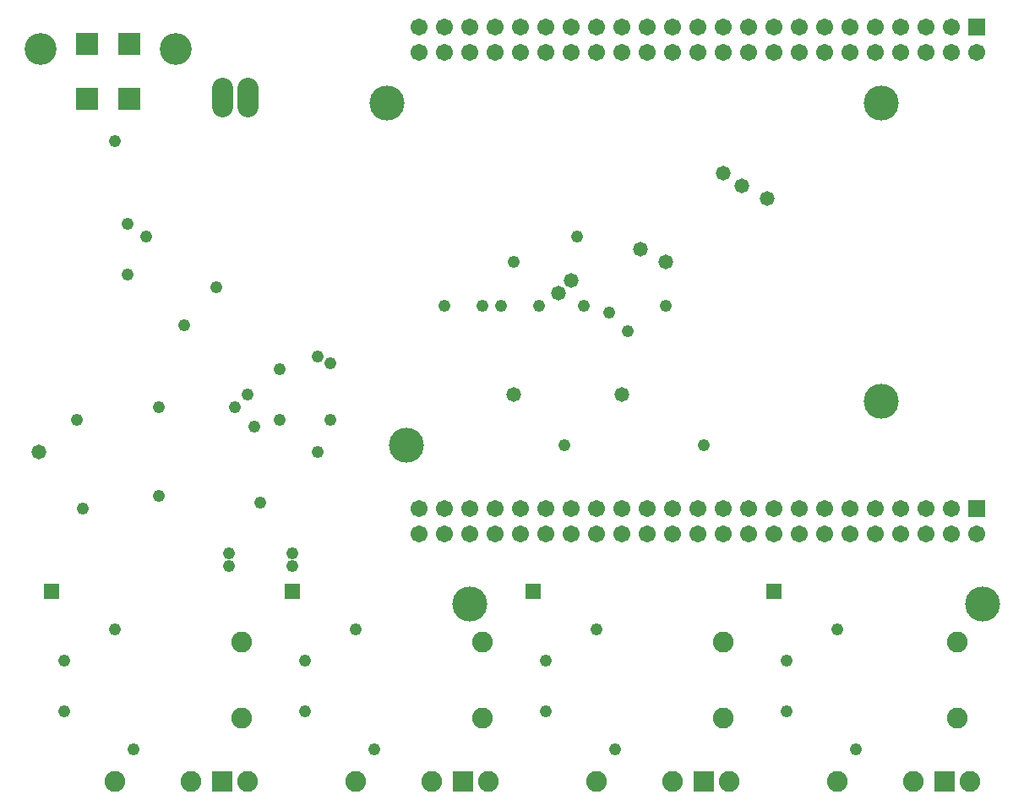
<source format=gbs>
G75*
%MOIN*%
%OFA0B0*%
%FSLAX25Y25*%
%IPPOS*%
%LPD*%
%AMOC8*
5,1,8,0,0,1.08239X$1,22.5*
%
%ADD10C,0.08200*%
%ADD11R,0.08200X0.08200*%
%ADD12C,0.08200*%
%ADD13R,0.06737X0.06737*%
%ADD14C,0.06737*%
%ADD15R,0.09068X0.09068*%
%ADD16C,0.12611*%
%ADD17C,0.13800*%
%ADD18C,0.04900*%
%ADD19C,0.05800*%
%ADD20R,0.06050X0.06050*%
D10*
X0081000Y0277550D02*
X0081000Y0284950D01*
X0091000Y0284950D02*
X0091000Y0277550D01*
D11*
X0081000Y0011250D03*
X0176000Y0011250D03*
X0271000Y0011250D03*
X0366000Y0011250D03*
D12*
X0038500Y0011250D03*
X0068500Y0011250D03*
X0091000Y0011250D03*
X0088500Y0036250D03*
X0088500Y0066250D03*
X0133500Y0011250D03*
X0163500Y0011250D03*
X0186000Y0011250D03*
X0183500Y0036250D03*
X0183500Y0066250D03*
X0228500Y0011250D03*
X0258500Y0011250D03*
X0281000Y0011250D03*
X0278500Y0036250D03*
X0278500Y0066250D03*
X0323500Y0011250D03*
X0353500Y0011250D03*
X0376000Y0011250D03*
X0371000Y0036250D03*
X0371000Y0066250D03*
D13*
X0378500Y0118750D03*
X0378500Y0308750D03*
D14*
X0368500Y0308750D03*
X0358500Y0308750D03*
X0348500Y0308750D03*
X0348500Y0298750D03*
X0358500Y0298750D03*
X0368500Y0298750D03*
X0378500Y0298750D03*
X0338500Y0298750D03*
X0328500Y0298750D03*
X0318500Y0298750D03*
X0308500Y0298750D03*
X0298500Y0298750D03*
X0298500Y0308750D03*
X0308500Y0308750D03*
X0318500Y0308750D03*
X0328500Y0308750D03*
X0338500Y0308750D03*
X0288500Y0308750D03*
X0278500Y0308750D03*
X0268500Y0308750D03*
X0258500Y0308750D03*
X0248500Y0308750D03*
X0238500Y0308750D03*
X0238500Y0298750D03*
X0248500Y0298750D03*
X0258500Y0298750D03*
X0268500Y0298750D03*
X0278500Y0298750D03*
X0288500Y0298750D03*
X0228500Y0298750D03*
X0218500Y0298750D03*
X0208500Y0298750D03*
X0198500Y0298750D03*
X0188500Y0298750D03*
X0188500Y0308750D03*
X0198500Y0308750D03*
X0208500Y0308750D03*
X0218500Y0308750D03*
X0228500Y0308750D03*
X0178500Y0308750D03*
X0168500Y0308750D03*
X0158500Y0308750D03*
X0158500Y0298750D03*
X0168500Y0298750D03*
X0178500Y0298750D03*
X0178500Y0118750D03*
X0168500Y0118750D03*
X0158500Y0118750D03*
X0158500Y0108750D03*
X0168500Y0108750D03*
X0178500Y0108750D03*
X0188500Y0108750D03*
X0198500Y0108750D03*
X0208500Y0108750D03*
X0218500Y0108750D03*
X0228500Y0108750D03*
X0228500Y0118750D03*
X0218500Y0118750D03*
X0208500Y0118750D03*
X0198500Y0118750D03*
X0188500Y0118750D03*
X0238500Y0118750D03*
X0248500Y0118750D03*
X0258500Y0118750D03*
X0268500Y0118750D03*
X0278500Y0118750D03*
X0288500Y0118750D03*
X0288500Y0108750D03*
X0278500Y0108750D03*
X0268500Y0108750D03*
X0258500Y0108750D03*
X0248500Y0108750D03*
X0238500Y0108750D03*
X0298500Y0108750D03*
X0308500Y0108750D03*
X0318500Y0108750D03*
X0328500Y0108750D03*
X0338500Y0108750D03*
X0338500Y0118750D03*
X0328500Y0118750D03*
X0318500Y0118750D03*
X0308500Y0118750D03*
X0298500Y0118750D03*
X0348500Y0118750D03*
X0358500Y0118750D03*
X0368500Y0118750D03*
X0368500Y0108750D03*
X0358500Y0108750D03*
X0348500Y0108750D03*
X0378500Y0108750D03*
D15*
X0044268Y0280423D03*
X0027732Y0280423D03*
X0027732Y0302077D03*
X0044268Y0302077D03*
D16*
X0062772Y0300266D03*
X0009228Y0300266D03*
D17*
X0146000Y0278750D03*
X0153500Y0143750D03*
X0178500Y0081250D03*
X0341000Y0161250D03*
X0381000Y0081250D03*
X0341000Y0278750D03*
D18*
X0256000Y0198750D03*
X0241000Y0188750D03*
X0233500Y0196250D03*
X0223500Y0198750D03*
X0206000Y0198750D03*
X0191000Y0198750D03*
X0183500Y0198750D03*
X0168500Y0198750D03*
X0196000Y0216250D03*
X0221000Y0226250D03*
X0123500Y0176250D03*
X0118500Y0178750D03*
X0103500Y0173750D03*
X0091000Y0163750D03*
X0086000Y0158750D03*
X0093500Y0151250D03*
X0103500Y0153750D03*
X0118500Y0141250D03*
X0123500Y0153750D03*
X0096000Y0121250D03*
X0083500Y0101250D03*
X0083500Y0096250D03*
X0108500Y0096250D03*
X0108500Y0101250D03*
X0133500Y0071250D03*
X0113500Y0058750D03*
X0113500Y0038750D03*
X0141000Y0023750D03*
X0208500Y0038750D03*
X0208500Y0058750D03*
X0228500Y0071250D03*
X0236000Y0023750D03*
X0303500Y0038750D03*
X0303500Y0058750D03*
X0323500Y0071250D03*
X0331000Y0023750D03*
X0271000Y0143750D03*
X0216000Y0143750D03*
X0078500Y0206250D03*
X0066000Y0191250D03*
X0043500Y0211250D03*
X0051000Y0226250D03*
X0043500Y0231250D03*
X0038500Y0263750D03*
X0056000Y0158750D03*
X0023500Y0153750D03*
X0056000Y0123750D03*
X0026000Y0118750D03*
X0038500Y0071250D03*
X0018500Y0058750D03*
X0018500Y0038750D03*
X0046000Y0023750D03*
D19*
X0008500Y0141250D03*
X0196000Y0163750D03*
X0238500Y0163750D03*
X0213500Y0203750D03*
X0218500Y0208750D03*
X0246000Y0221250D03*
X0256000Y0216250D03*
X0286000Y0246250D03*
X0278500Y0251250D03*
X0296000Y0241250D03*
D20*
X0298500Y0086250D03*
X0203500Y0086250D03*
X0108500Y0086250D03*
X0013500Y0086250D03*
M02*

</source>
